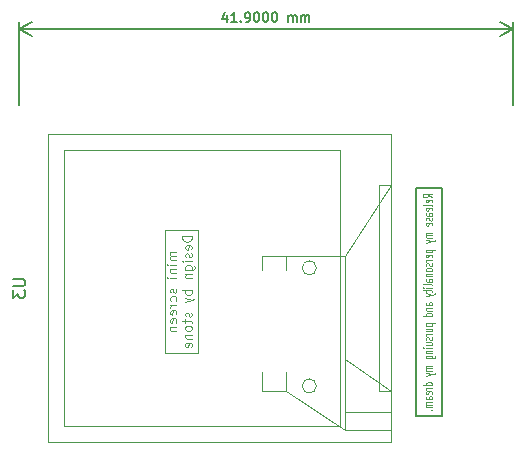
<source format=gbr>
%TF.GenerationSoftware,KiCad,Pcbnew,(6.0.2)*%
%TF.CreationDate,2022-03-06T12:06:19+08:00*%
%TF.ProjectId,screen,73637265-656e-42e6-9b69-6361645f7063,rev?*%
%TF.SameCoordinates,Original*%
%TF.FileFunction,Legend,Bot*%
%TF.FilePolarity,Positive*%
%FSLAX46Y46*%
G04 Gerber Fmt 4.6, Leading zero omitted, Abs format (unit mm)*
G04 Created by KiCad (PCBNEW (6.0.2)) date 2022-03-06 12:06:19*
%MOMM*%
%LPD*%
G01*
G04 APERTURE LIST*
%ADD10C,0.100000*%
%ADD11C,0.150000*%
%ADD12C,0.120000*%
G04 APERTURE END LIST*
D10*
X112710000Y-56240000D02*
X109900000Y-56240000D01*
X109900000Y-56240000D02*
X109900000Y-45780000D01*
X109900000Y-45780000D02*
X112710000Y-45780000D01*
X112710000Y-45780000D02*
X112710000Y-56240000D01*
D11*
X131155000Y-61530000D02*
X133365000Y-61530000D01*
X133365000Y-61530000D02*
X133365000Y-42230000D01*
X133365000Y-42230000D02*
X131155000Y-42230000D01*
X131155000Y-42230000D02*
X131155000Y-61530000D01*
D10*
X132526904Y-43022857D02*
X132145952Y-42856190D01*
X132526904Y-42737142D02*
X131726904Y-42737142D01*
X131726904Y-42927619D01*
X131765000Y-42975238D01*
X131803095Y-42999047D01*
X131879285Y-43022857D01*
X131993571Y-43022857D01*
X132069761Y-42999047D01*
X132107857Y-42975238D01*
X132145952Y-42927619D01*
X132145952Y-42737142D01*
X132488809Y-43427619D02*
X132526904Y-43380000D01*
X132526904Y-43284761D01*
X132488809Y-43237142D01*
X132412619Y-43213333D01*
X132107857Y-43213333D01*
X132031666Y-43237142D01*
X131993571Y-43284761D01*
X131993571Y-43380000D01*
X132031666Y-43427619D01*
X132107857Y-43451428D01*
X132184047Y-43451428D01*
X132260238Y-43213333D01*
X132526904Y-43737142D02*
X132488809Y-43689523D01*
X132412619Y-43665714D01*
X131726904Y-43665714D01*
X132488809Y-44118095D02*
X132526904Y-44070476D01*
X132526904Y-43975238D01*
X132488809Y-43927619D01*
X132412619Y-43903809D01*
X132107857Y-43903809D01*
X132031666Y-43927619D01*
X131993571Y-43975238D01*
X131993571Y-44070476D01*
X132031666Y-44118095D01*
X132107857Y-44141904D01*
X132184047Y-44141904D01*
X132260238Y-43903809D01*
X132526904Y-44570476D02*
X132107857Y-44570476D01*
X132031666Y-44546666D01*
X131993571Y-44499047D01*
X131993571Y-44403809D01*
X132031666Y-44356190D01*
X132488809Y-44570476D02*
X132526904Y-44522857D01*
X132526904Y-44403809D01*
X132488809Y-44356190D01*
X132412619Y-44332380D01*
X132336428Y-44332380D01*
X132260238Y-44356190D01*
X132222142Y-44403809D01*
X132222142Y-44522857D01*
X132184047Y-44570476D01*
X132488809Y-44784761D02*
X132526904Y-44832380D01*
X132526904Y-44927619D01*
X132488809Y-44975238D01*
X132412619Y-44999047D01*
X132374523Y-44999047D01*
X132298333Y-44975238D01*
X132260238Y-44927619D01*
X132260238Y-44856190D01*
X132222142Y-44808571D01*
X132145952Y-44784761D01*
X132107857Y-44784761D01*
X132031666Y-44808571D01*
X131993571Y-44856190D01*
X131993571Y-44927619D01*
X132031666Y-44975238D01*
X132488809Y-45403809D02*
X132526904Y-45356190D01*
X132526904Y-45260952D01*
X132488809Y-45213333D01*
X132412619Y-45189523D01*
X132107857Y-45189523D01*
X132031666Y-45213333D01*
X131993571Y-45260952D01*
X131993571Y-45356190D01*
X132031666Y-45403809D01*
X132107857Y-45427619D01*
X132184047Y-45427619D01*
X132260238Y-45189523D01*
X132526904Y-46022857D02*
X131993571Y-46022857D01*
X132069761Y-46022857D02*
X132031666Y-46046666D01*
X131993571Y-46094285D01*
X131993571Y-46165714D01*
X132031666Y-46213333D01*
X132107857Y-46237142D01*
X132526904Y-46237142D01*
X132107857Y-46237142D02*
X132031666Y-46260952D01*
X131993571Y-46308571D01*
X131993571Y-46380000D01*
X132031666Y-46427619D01*
X132107857Y-46451428D01*
X132526904Y-46451428D01*
X131993571Y-46641904D02*
X132526904Y-46760952D01*
X131993571Y-46880000D02*
X132526904Y-46760952D01*
X132717380Y-46713333D01*
X132755476Y-46689523D01*
X132793571Y-46641904D01*
X131993571Y-47451428D02*
X132793571Y-47451428D01*
X132031666Y-47451428D02*
X131993571Y-47499047D01*
X131993571Y-47594285D01*
X132031666Y-47641904D01*
X132069761Y-47665714D01*
X132145952Y-47689523D01*
X132374523Y-47689523D01*
X132450714Y-47665714D01*
X132488809Y-47641904D01*
X132526904Y-47594285D01*
X132526904Y-47499047D01*
X132488809Y-47451428D01*
X132488809Y-48094285D02*
X132526904Y-48046666D01*
X132526904Y-47951428D01*
X132488809Y-47903809D01*
X132412619Y-47880000D01*
X132107857Y-47880000D01*
X132031666Y-47903809D01*
X131993571Y-47951428D01*
X131993571Y-48046666D01*
X132031666Y-48094285D01*
X132107857Y-48118095D01*
X132184047Y-48118095D01*
X132260238Y-47880000D01*
X132526904Y-48332380D02*
X131993571Y-48332380D01*
X132145952Y-48332380D02*
X132069761Y-48356190D01*
X132031666Y-48380000D01*
X131993571Y-48427619D01*
X131993571Y-48475238D01*
X132488809Y-48618095D02*
X132526904Y-48665714D01*
X132526904Y-48760952D01*
X132488809Y-48808571D01*
X132412619Y-48832380D01*
X132374523Y-48832380D01*
X132298333Y-48808571D01*
X132260238Y-48760952D01*
X132260238Y-48689523D01*
X132222142Y-48641904D01*
X132145952Y-48618095D01*
X132107857Y-48618095D01*
X132031666Y-48641904D01*
X131993571Y-48689523D01*
X131993571Y-48760952D01*
X132031666Y-48808571D01*
X132526904Y-49118095D02*
X132488809Y-49070476D01*
X132450714Y-49046666D01*
X132374523Y-49022857D01*
X132145952Y-49022857D01*
X132069761Y-49046666D01*
X132031666Y-49070476D01*
X131993571Y-49118095D01*
X131993571Y-49189523D01*
X132031666Y-49237142D01*
X132069761Y-49260952D01*
X132145952Y-49284761D01*
X132374523Y-49284761D01*
X132450714Y-49260952D01*
X132488809Y-49237142D01*
X132526904Y-49189523D01*
X132526904Y-49118095D01*
X131993571Y-49499047D02*
X132526904Y-49499047D01*
X132069761Y-49499047D02*
X132031666Y-49522857D01*
X131993571Y-49570476D01*
X131993571Y-49641904D01*
X132031666Y-49689523D01*
X132107857Y-49713333D01*
X132526904Y-49713333D01*
X132526904Y-50165714D02*
X132107857Y-50165714D01*
X132031666Y-50141904D01*
X131993571Y-50094285D01*
X131993571Y-49999047D01*
X132031666Y-49951428D01*
X132488809Y-50165714D02*
X132526904Y-50118095D01*
X132526904Y-49999047D01*
X132488809Y-49951428D01*
X132412619Y-49927619D01*
X132336428Y-49927619D01*
X132260238Y-49951428D01*
X132222142Y-49999047D01*
X132222142Y-50118095D01*
X132184047Y-50165714D01*
X132526904Y-50475238D02*
X132488809Y-50427619D01*
X132412619Y-50403809D01*
X131726904Y-50403809D01*
X132526904Y-50665714D02*
X131993571Y-50665714D01*
X131726904Y-50665714D02*
X131765000Y-50641904D01*
X131803095Y-50665714D01*
X131765000Y-50689523D01*
X131726904Y-50665714D01*
X131803095Y-50665714D01*
X131993571Y-50832380D02*
X131993571Y-51022857D01*
X131726904Y-50903809D02*
X132412619Y-50903809D01*
X132488809Y-50927619D01*
X132526904Y-50975238D01*
X132526904Y-51022857D01*
X131993571Y-51141904D02*
X132526904Y-51260952D01*
X131993571Y-51380000D02*
X132526904Y-51260952D01*
X132717380Y-51213333D01*
X132755476Y-51189523D01*
X132793571Y-51141904D01*
X132526904Y-52165714D02*
X132107857Y-52165714D01*
X132031666Y-52141904D01*
X131993571Y-52094285D01*
X131993571Y-51999047D01*
X132031666Y-51951428D01*
X132488809Y-52165714D02*
X132526904Y-52118095D01*
X132526904Y-51999047D01*
X132488809Y-51951428D01*
X132412619Y-51927619D01*
X132336428Y-51927619D01*
X132260238Y-51951428D01*
X132222142Y-51999047D01*
X132222142Y-52118095D01*
X132184047Y-52165714D01*
X131993571Y-52403809D02*
X132526904Y-52403809D01*
X132069761Y-52403809D02*
X132031666Y-52427619D01*
X131993571Y-52475238D01*
X131993571Y-52546666D01*
X132031666Y-52594285D01*
X132107857Y-52618095D01*
X132526904Y-52618095D01*
X132526904Y-53070476D02*
X131726904Y-53070476D01*
X132488809Y-53070476D02*
X132526904Y-53022857D01*
X132526904Y-52927619D01*
X132488809Y-52879999D01*
X132450714Y-52856190D01*
X132374523Y-52832380D01*
X132145952Y-52832380D01*
X132069761Y-52856190D01*
X132031666Y-52879999D01*
X131993571Y-52927619D01*
X131993571Y-53022857D01*
X132031666Y-53070476D01*
X131993571Y-53689523D02*
X132793571Y-53689523D01*
X132031666Y-53689523D02*
X131993571Y-53737142D01*
X131993571Y-53832380D01*
X132031666Y-53879999D01*
X132069761Y-53903809D01*
X132145952Y-53927619D01*
X132374523Y-53927619D01*
X132450714Y-53903809D01*
X132488809Y-53879999D01*
X132526904Y-53832380D01*
X132526904Y-53737142D01*
X132488809Y-53689523D01*
X131993571Y-54356190D02*
X132526904Y-54356190D01*
X131993571Y-54141904D02*
X132412619Y-54141904D01*
X132488809Y-54165714D01*
X132526904Y-54213333D01*
X132526904Y-54284761D01*
X132488809Y-54332380D01*
X132450714Y-54356190D01*
X132526904Y-54594285D02*
X131993571Y-54594285D01*
X132145952Y-54594285D02*
X132069761Y-54618095D01*
X132031666Y-54641904D01*
X131993571Y-54689523D01*
X131993571Y-54737142D01*
X132488809Y-54879999D02*
X132526904Y-54927619D01*
X132526904Y-55022857D01*
X132488809Y-55070476D01*
X132412619Y-55094285D01*
X132374523Y-55094285D01*
X132298333Y-55070476D01*
X132260238Y-55022857D01*
X132260238Y-54951428D01*
X132222142Y-54903809D01*
X132145952Y-54879999D01*
X132107857Y-54879999D01*
X132031666Y-54903809D01*
X131993571Y-54951428D01*
X131993571Y-55022857D01*
X132031666Y-55070476D01*
X131993571Y-55522857D02*
X132526904Y-55522857D01*
X131993571Y-55308571D02*
X132412619Y-55308571D01*
X132488809Y-55332380D01*
X132526904Y-55379999D01*
X132526904Y-55451428D01*
X132488809Y-55499047D01*
X132450714Y-55522857D01*
X132526904Y-55760952D02*
X131993571Y-55760952D01*
X131726904Y-55760952D02*
X131765000Y-55737142D01*
X131803095Y-55760952D01*
X131765000Y-55784761D01*
X131726904Y-55760952D01*
X131803095Y-55760952D01*
X131993571Y-55999047D02*
X132526904Y-55999047D01*
X132069761Y-55999047D02*
X132031666Y-56022857D01*
X131993571Y-56070476D01*
X131993571Y-56141904D01*
X132031666Y-56189523D01*
X132107857Y-56213333D01*
X132526904Y-56213333D01*
X131993571Y-56665714D02*
X132641190Y-56665714D01*
X132717380Y-56641904D01*
X132755476Y-56618095D01*
X132793571Y-56570476D01*
X132793571Y-56499047D01*
X132755476Y-56451428D01*
X132488809Y-56665714D02*
X132526904Y-56618095D01*
X132526904Y-56522857D01*
X132488809Y-56475238D01*
X132450714Y-56451428D01*
X132374523Y-56427619D01*
X132145952Y-56427619D01*
X132069761Y-56451428D01*
X132031666Y-56475238D01*
X131993571Y-56522857D01*
X131993571Y-56618095D01*
X132031666Y-56665714D01*
X132526904Y-57284761D02*
X131993571Y-57284761D01*
X132069761Y-57284761D02*
X132031666Y-57308571D01*
X131993571Y-57356190D01*
X131993571Y-57427619D01*
X132031666Y-57475238D01*
X132107857Y-57499047D01*
X132526904Y-57499047D01*
X132107857Y-57499047D02*
X132031666Y-57522857D01*
X131993571Y-57570476D01*
X131993571Y-57641904D01*
X132031666Y-57689523D01*
X132107857Y-57713333D01*
X132526904Y-57713333D01*
X131993571Y-57903809D02*
X132526904Y-58022857D01*
X131993571Y-58141904D02*
X132526904Y-58022857D01*
X132717380Y-57975238D01*
X132755476Y-57951428D01*
X132793571Y-57903809D01*
X132526904Y-58927619D02*
X131726904Y-58927619D01*
X132488809Y-58927619D02*
X132526904Y-58879999D01*
X132526904Y-58784761D01*
X132488809Y-58737142D01*
X132450714Y-58713333D01*
X132374523Y-58689523D01*
X132145952Y-58689523D01*
X132069761Y-58713333D01*
X132031666Y-58737142D01*
X131993571Y-58784761D01*
X131993571Y-58879999D01*
X132031666Y-58927619D01*
X132526904Y-59165714D02*
X131993571Y-59165714D01*
X132145952Y-59165714D02*
X132069761Y-59189523D01*
X132031666Y-59213333D01*
X131993571Y-59260952D01*
X131993571Y-59308571D01*
X132488809Y-59665714D02*
X132526904Y-59618095D01*
X132526904Y-59522857D01*
X132488809Y-59475238D01*
X132412619Y-59451428D01*
X132107857Y-59451428D01*
X132031666Y-59475238D01*
X131993571Y-59522857D01*
X131993571Y-59618095D01*
X132031666Y-59665714D01*
X132107857Y-59689523D01*
X132184047Y-59689523D01*
X132260238Y-59451428D01*
X132526904Y-60118095D02*
X132107857Y-60118095D01*
X132031666Y-60094285D01*
X131993571Y-60046666D01*
X131993571Y-59951428D01*
X132031666Y-59903809D01*
X132488809Y-60118095D02*
X132526904Y-60070476D01*
X132526904Y-59951428D01*
X132488809Y-59903809D01*
X132412619Y-59879999D01*
X132336428Y-59879999D01*
X132260238Y-59903809D01*
X132222142Y-59951428D01*
X132222142Y-60070476D01*
X132184047Y-60118095D01*
X132526904Y-60356190D02*
X131993571Y-60356190D01*
X132069761Y-60356190D02*
X132031666Y-60379999D01*
X131993571Y-60427619D01*
X131993571Y-60499047D01*
X132031666Y-60546666D01*
X132107857Y-60570476D01*
X132526904Y-60570476D01*
X132107857Y-60570476D02*
X132031666Y-60594285D01*
X131993571Y-60641904D01*
X131993571Y-60713333D01*
X132031666Y-60760952D01*
X132107857Y-60784761D01*
X132526904Y-60784761D01*
X132450714Y-61022857D02*
X132488809Y-61046666D01*
X132526904Y-61022857D01*
X132488809Y-60999047D01*
X132450714Y-61022857D01*
X132526904Y-61022857D01*
X110867904Y-47647619D02*
X110334571Y-47647619D01*
X110410761Y-47647619D02*
X110372666Y-47685714D01*
X110334571Y-47761904D01*
X110334571Y-47876190D01*
X110372666Y-47952380D01*
X110448857Y-47990476D01*
X110867904Y-47990476D01*
X110448857Y-47990476D02*
X110372666Y-48028571D01*
X110334571Y-48104761D01*
X110334571Y-48219047D01*
X110372666Y-48295238D01*
X110448857Y-48333333D01*
X110867904Y-48333333D01*
X110867904Y-48714285D02*
X110334571Y-48714285D01*
X110067904Y-48714285D02*
X110106000Y-48676190D01*
X110144095Y-48714285D01*
X110106000Y-48752380D01*
X110067904Y-48714285D01*
X110144095Y-48714285D01*
X110334571Y-49095238D02*
X110867904Y-49095238D01*
X110410761Y-49095238D02*
X110372666Y-49133333D01*
X110334571Y-49209523D01*
X110334571Y-49323809D01*
X110372666Y-49400000D01*
X110448857Y-49438095D01*
X110867904Y-49438095D01*
X110867904Y-49819047D02*
X110334571Y-49819047D01*
X110067904Y-49819047D02*
X110106000Y-49780952D01*
X110144095Y-49819047D01*
X110106000Y-49857142D01*
X110067904Y-49819047D01*
X110144095Y-49819047D01*
X110829809Y-50771428D02*
X110867904Y-50847619D01*
X110867904Y-51000000D01*
X110829809Y-51076190D01*
X110753619Y-51114285D01*
X110715523Y-51114285D01*
X110639333Y-51076190D01*
X110601238Y-51000000D01*
X110601238Y-50885714D01*
X110563142Y-50809523D01*
X110486952Y-50771428D01*
X110448857Y-50771428D01*
X110372666Y-50809523D01*
X110334571Y-50885714D01*
X110334571Y-51000000D01*
X110372666Y-51076190D01*
X110829809Y-51800000D02*
X110867904Y-51723809D01*
X110867904Y-51571428D01*
X110829809Y-51495238D01*
X110791714Y-51457142D01*
X110715523Y-51419047D01*
X110486952Y-51419047D01*
X110410761Y-51457142D01*
X110372666Y-51495238D01*
X110334571Y-51571428D01*
X110334571Y-51723809D01*
X110372666Y-51800000D01*
X110867904Y-52142857D02*
X110334571Y-52142857D01*
X110486952Y-52142857D02*
X110410761Y-52180952D01*
X110372666Y-52219047D01*
X110334571Y-52295238D01*
X110334571Y-52371428D01*
X110829809Y-52942857D02*
X110867904Y-52866666D01*
X110867904Y-52714285D01*
X110829809Y-52638095D01*
X110753619Y-52600000D01*
X110448857Y-52600000D01*
X110372666Y-52638095D01*
X110334571Y-52714285D01*
X110334571Y-52866666D01*
X110372666Y-52942857D01*
X110448857Y-52980952D01*
X110525047Y-52980952D01*
X110601238Y-52600000D01*
X110829809Y-53628571D02*
X110867904Y-53552380D01*
X110867904Y-53400000D01*
X110829809Y-53323809D01*
X110753619Y-53285714D01*
X110448857Y-53285714D01*
X110372666Y-53323809D01*
X110334571Y-53400000D01*
X110334571Y-53552380D01*
X110372666Y-53628571D01*
X110448857Y-53666666D01*
X110525047Y-53666666D01*
X110601238Y-53285714D01*
X110334571Y-54009523D02*
X110867904Y-54009523D01*
X110410761Y-54009523D02*
X110372666Y-54047619D01*
X110334571Y-54123809D01*
X110334571Y-54238095D01*
X110372666Y-54314285D01*
X110448857Y-54352380D01*
X110867904Y-54352380D01*
X112155904Y-46314285D02*
X111355904Y-46314285D01*
X111355904Y-46504761D01*
X111394000Y-46619047D01*
X111470190Y-46695238D01*
X111546380Y-46733333D01*
X111698761Y-46771428D01*
X111813047Y-46771428D01*
X111965428Y-46733333D01*
X112041619Y-46695238D01*
X112117809Y-46619047D01*
X112155904Y-46504761D01*
X112155904Y-46314285D01*
X112117809Y-47419047D02*
X112155904Y-47342857D01*
X112155904Y-47190476D01*
X112117809Y-47114285D01*
X112041619Y-47076190D01*
X111736857Y-47076190D01*
X111660666Y-47114285D01*
X111622571Y-47190476D01*
X111622571Y-47342857D01*
X111660666Y-47419047D01*
X111736857Y-47457142D01*
X111813047Y-47457142D01*
X111889238Y-47076190D01*
X112117809Y-47761904D02*
X112155904Y-47838095D01*
X112155904Y-47990476D01*
X112117809Y-48066666D01*
X112041619Y-48104761D01*
X112003523Y-48104761D01*
X111927333Y-48066666D01*
X111889238Y-47990476D01*
X111889238Y-47876190D01*
X111851142Y-47800000D01*
X111774952Y-47761904D01*
X111736857Y-47761904D01*
X111660666Y-47800000D01*
X111622571Y-47876190D01*
X111622571Y-47990476D01*
X111660666Y-48066666D01*
X112155904Y-48447619D02*
X111622571Y-48447619D01*
X111355904Y-48447619D02*
X111394000Y-48409523D01*
X111432095Y-48447619D01*
X111394000Y-48485714D01*
X111355904Y-48447619D01*
X111432095Y-48447619D01*
X111622571Y-49171428D02*
X112270190Y-49171428D01*
X112346380Y-49133333D01*
X112384476Y-49095238D01*
X112422571Y-49019047D01*
X112422571Y-48904761D01*
X112384476Y-48828571D01*
X112117809Y-49171428D02*
X112155904Y-49095238D01*
X112155904Y-48942857D01*
X112117809Y-48866666D01*
X112079714Y-48828571D01*
X112003523Y-48790476D01*
X111774952Y-48790476D01*
X111698761Y-48828571D01*
X111660666Y-48866666D01*
X111622571Y-48942857D01*
X111622571Y-49095238D01*
X111660666Y-49171428D01*
X111622571Y-49552380D02*
X112155904Y-49552380D01*
X111698761Y-49552380D02*
X111660666Y-49590476D01*
X111622571Y-49666666D01*
X111622571Y-49780952D01*
X111660666Y-49857142D01*
X111736857Y-49895238D01*
X112155904Y-49895238D01*
X112155904Y-50885714D02*
X111355904Y-50885714D01*
X111660666Y-50885714D02*
X111622571Y-50961904D01*
X111622571Y-51114285D01*
X111660666Y-51190476D01*
X111698761Y-51228571D01*
X111774952Y-51266666D01*
X112003523Y-51266666D01*
X112079714Y-51228571D01*
X112117809Y-51190476D01*
X112155904Y-51114285D01*
X112155904Y-50961904D01*
X112117809Y-50885714D01*
X111622571Y-51533333D02*
X112155904Y-51723809D01*
X111622571Y-51914285D02*
X112155904Y-51723809D01*
X112346380Y-51647619D01*
X112384476Y-51609523D01*
X112422571Y-51533333D01*
X112117809Y-52790476D02*
X112155904Y-52866666D01*
X112155904Y-53019047D01*
X112117809Y-53095238D01*
X112041619Y-53133333D01*
X112003523Y-53133333D01*
X111927333Y-53095238D01*
X111889238Y-53019047D01*
X111889238Y-52904761D01*
X111851142Y-52828571D01*
X111774952Y-52790476D01*
X111736857Y-52790476D01*
X111660666Y-52828571D01*
X111622571Y-52904761D01*
X111622571Y-53019047D01*
X111660666Y-53095238D01*
X111622571Y-53361904D02*
X111622571Y-53666666D01*
X111355904Y-53476190D02*
X112041619Y-53476190D01*
X112117809Y-53514285D01*
X112155904Y-53590476D01*
X112155904Y-53666666D01*
X112155904Y-54047619D02*
X112117809Y-53971428D01*
X112079714Y-53933333D01*
X112003523Y-53895238D01*
X111774952Y-53895238D01*
X111698761Y-53933333D01*
X111660666Y-53971428D01*
X111622571Y-54047619D01*
X111622571Y-54161904D01*
X111660666Y-54238095D01*
X111698761Y-54276190D01*
X111774952Y-54314285D01*
X112003523Y-54314285D01*
X112079714Y-54276190D01*
X112117809Y-54238095D01*
X112155904Y-54161904D01*
X112155904Y-54047619D01*
X111622571Y-54657142D02*
X112155904Y-54657142D01*
X111698761Y-54657142D02*
X111660666Y-54695238D01*
X111622571Y-54771428D01*
X111622571Y-54885714D01*
X111660666Y-54961904D01*
X111736857Y-55000000D01*
X112155904Y-55000000D01*
X112117809Y-55685714D02*
X112155904Y-55609523D01*
X112155904Y-55457142D01*
X112117809Y-55380952D01*
X112041619Y-55342857D01*
X111736857Y-55342857D01*
X111660666Y-55380952D01*
X111622571Y-55457142D01*
X111622571Y-55609523D01*
X111660666Y-55685714D01*
X111736857Y-55723809D01*
X111813047Y-55723809D01*
X111889238Y-55342857D01*
D11*
X115130714Y-27628571D02*
X115130714Y-28161904D01*
X114940238Y-27323809D02*
X114749761Y-27895238D01*
X115245000Y-27895238D01*
X115968809Y-28161904D02*
X115511666Y-28161904D01*
X115740238Y-28161904D02*
X115740238Y-27361904D01*
X115664047Y-27476190D01*
X115587857Y-27552380D01*
X115511666Y-27590476D01*
X116311666Y-28085714D02*
X116349761Y-28123809D01*
X116311666Y-28161904D01*
X116273571Y-28123809D01*
X116311666Y-28085714D01*
X116311666Y-28161904D01*
X116730714Y-28161904D02*
X116883095Y-28161904D01*
X116959285Y-28123809D01*
X116997380Y-28085714D01*
X117073571Y-27971428D01*
X117111666Y-27819047D01*
X117111666Y-27514285D01*
X117073571Y-27438095D01*
X117035476Y-27400000D01*
X116959285Y-27361904D01*
X116806904Y-27361904D01*
X116730714Y-27400000D01*
X116692619Y-27438095D01*
X116654523Y-27514285D01*
X116654523Y-27704761D01*
X116692619Y-27780952D01*
X116730714Y-27819047D01*
X116806904Y-27857142D01*
X116959285Y-27857142D01*
X117035476Y-27819047D01*
X117073571Y-27780952D01*
X117111666Y-27704761D01*
X117606904Y-27361904D02*
X117683095Y-27361904D01*
X117759285Y-27400000D01*
X117797380Y-27438095D01*
X117835476Y-27514285D01*
X117873571Y-27666666D01*
X117873571Y-27857142D01*
X117835476Y-28009523D01*
X117797380Y-28085714D01*
X117759285Y-28123809D01*
X117683095Y-28161904D01*
X117606904Y-28161904D01*
X117530714Y-28123809D01*
X117492619Y-28085714D01*
X117454523Y-28009523D01*
X117416428Y-27857142D01*
X117416428Y-27666666D01*
X117454523Y-27514285D01*
X117492619Y-27438095D01*
X117530714Y-27400000D01*
X117606904Y-27361904D01*
X118368809Y-27361904D02*
X118445000Y-27361904D01*
X118521190Y-27400000D01*
X118559285Y-27438095D01*
X118597380Y-27514285D01*
X118635476Y-27666666D01*
X118635476Y-27857142D01*
X118597380Y-28009523D01*
X118559285Y-28085714D01*
X118521190Y-28123809D01*
X118445000Y-28161904D01*
X118368809Y-28161904D01*
X118292619Y-28123809D01*
X118254523Y-28085714D01*
X118216428Y-28009523D01*
X118178333Y-27857142D01*
X118178333Y-27666666D01*
X118216428Y-27514285D01*
X118254523Y-27438095D01*
X118292619Y-27400000D01*
X118368809Y-27361904D01*
X119130714Y-27361904D02*
X119206904Y-27361904D01*
X119283095Y-27400000D01*
X119321190Y-27438095D01*
X119359285Y-27514285D01*
X119397380Y-27666666D01*
X119397380Y-27857142D01*
X119359285Y-28009523D01*
X119321190Y-28085714D01*
X119283095Y-28123809D01*
X119206904Y-28161904D01*
X119130714Y-28161904D01*
X119054523Y-28123809D01*
X119016428Y-28085714D01*
X118978333Y-28009523D01*
X118940238Y-27857142D01*
X118940238Y-27666666D01*
X118978333Y-27514285D01*
X119016428Y-27438095D01*
X119054523Y-27400000D01*
X119130714Y-27361904D01*
X120349761Y-28161904D02*
X120349761Y-27628571D01*
X120349761Y-27704761D02*
X120387857Y-27666666D01*
X120464047Y-27628571D01*
X120578333Y-27628571D01*
X120654523Y-27666666D01*
X120692619Y-27742857D01*
X120692619Y-28161904D01*
X120692619Y-27742857D02*
X120730714Y-27666666D01*
X120806904Y-27628571D01*
X120921190Y-27628571D01*
X120997380Y-27666666D01*
X121035476Y-27742857D01*
X121035476Y-28161904D01*
X121416428Y-28161904D02*
X121416428Y-27628571D01*
X121416428Y-27704761D02*
X121454523Y-27666666D01*
X121530714Y-27628571D01*
X121645000Y-27628571D01*
X121721190Y-27666666D01*
X121759285Y-27742857D01*
X121759285Y-28161904D01*
X121759285Y-27742857D02*
X121797380Y-27666666D01*
X121873571Y-27628571D01*
X121987857Y-27628571D01*
X122064047Y-27666666D01*
X122102142Y-27742857D01*
X122102142Y-28161904D01*
X97495000Y-35180000D02*
X97495000Y-28163580D01*
X139395000Y-35180000D02*
X139395000Y-28163580D01*
X97495000Y-28750000D02*
X139395000Y-28750000D01*
X97495000Y-28750000D02*
X139395000Y-28750000D01*
X97495000Y-28750000D02*
X98621504Y-29336421D01*
X97495000Y-28750000D02*
X98621504Y-28163579D01*
X139395000Y-28750000D02*
X138268496Y-28163579D01*
X139395000Y-28750000D02*
X138268496Y-29336421D01*
%TO.C,U3*%
X97062380Y-49938095D02*
X97871904Y-49938095D01*
X97967142Y-49985714D01*
X98014761Y-50033333D01*
X98062380Y-50128571D01*
X98062380Y-50319047D01*
X98014761Y-50414285D01*
X97967142Y-50461904D01*
X97871904Y-50509523D01*
X97062380Y-50509523D01*
X97062380Y-50890476D02*
X97062380Y-51509523D01*
X97443333Y-51176190D01*
X97443333Y-51319047D01*
X97490952Y-51414285D01*
X97538571Y-51461904D01*
X97633809Y-51509523D01*
X97871904Y-51509523D01*
X97967142Y-51461904D01*
X98014761Y-51414285D01*
X98062380Y-51319047D01*
X98062380Y-51033333D01*
X98014761Y-50938095D01*
X97967142Y-50890476D01*
D12*
X125110000Y-62700000D02*
X120110000Y-59400000D01*
X125110000Y-62700000D02*
X129010000Y-62700000D01*
X129010000Y-59400000D02*
X125110000Y-56700000D01*
X129010000Y-61200000D02*
X125110000Y-61200000D01*
X120110000Y-59400000D02*
X118110000Y-59400000D01*
X118110000Y-48000000D02*
X118110000Y-49200000D01*
X129010000Y-42000000D02*
X125110000Y-48000000D01*
X125110000Y-48000000D02*
X125110000Y-62700000D01*
X120110000Y-48000000D02*
X120110000Y-49200000D01*
X120110000Y-48000000D02*
X118110000Y-48000000D01*
X120110000Y-48000000D02*
X125110000Y-48000000D01*
X120110000Y-57800000D02*
X120110000Y-59400000D01*
X118110000Y-59400000D02*
X118110000Y-57800000D01*
X100010000Y-37700000D02*
X129010000Y-37700000D01*
X129010000Y-37700000D02*
X129010000Y-63700000D01*
X129010000Y-63700000D02*
X100010000Y-63700000D01*
X100010000Y-63700000D02*
X100010000Y-37700000D01*
X124710000Y-39000000D02*
X101310000Y-39000000D01*
X101310000Y-39000000D02*
X101310000Y-62400000D01*
X101310000Y-62400000D02*
X124710000Y-62400000D01*
X124710000Y-62400000D02*
X124710000Y-39000000D01*
X129010000Y-42000000D02*
X128010000Y-42000000D01*
X128010000Y-42000000D02*
X128010000Y-59400000D01*
X128010000Y-59400000D02*
X129010000Y-59400000D01*
X129010000Y-59400000D02*
X129010000Y-42000000D01*
X122710000Y-59000000D02*
G75*
G03*
X122710000Y-59000000I-600000J0D01*
G01*
X122710000Y-49000000D02*
G75*
G03*
X122710000Y-49000000I-600000J0D01*
G01*
%TD*%
M02*

</source>
